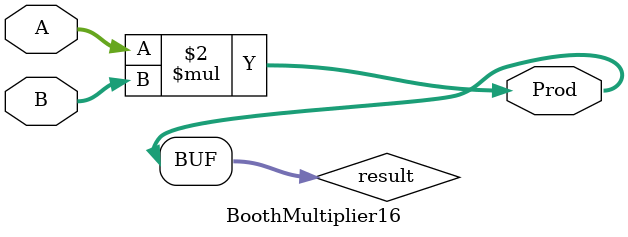
<source format=v>
module BoothMultiplier16 (
    input signed [15:0] A,
    input signed [15:0] B,
    output signed [31:0] Prod
);

    reg signed [31:0] result;

    always @* begin
        result = A * B;
    end

    assign Prod = result;

endmodule

</source>
